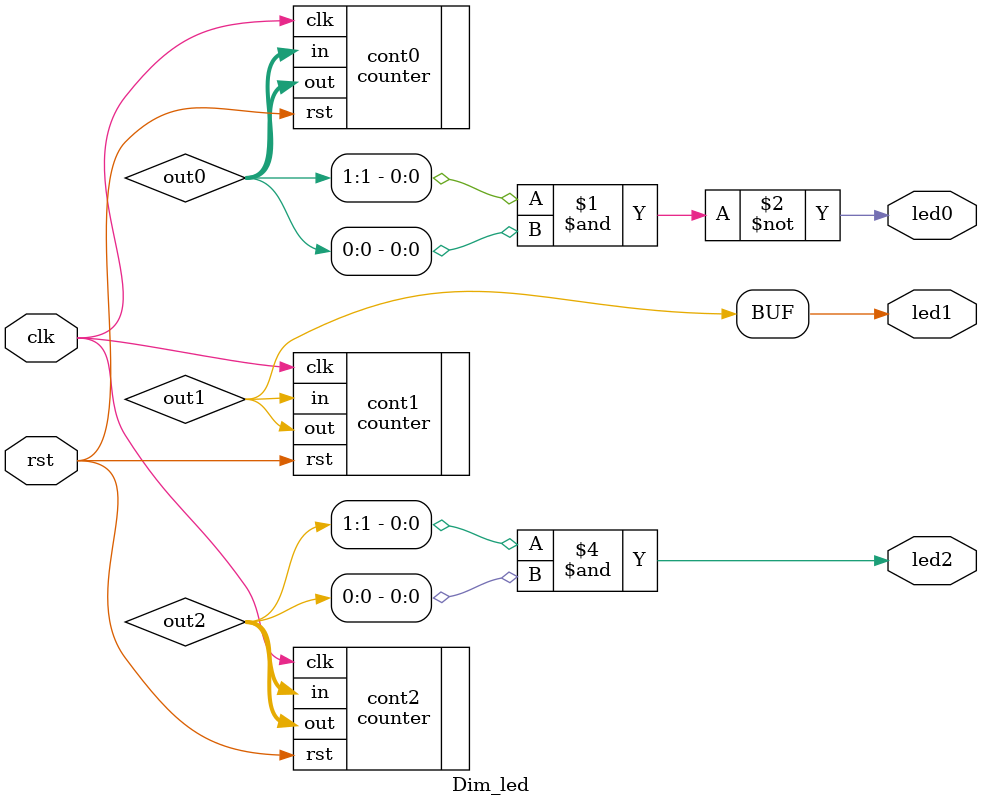
<source format=v>
`timescale 1ns / 1ps


module Dim_led(
    input clk, rst,
    output led0, led1, led2
    );

    wire [1:0] out0;
    wire out1;
    wire [1:0] out2;
    counter #(2) cont0 (.clk(clk), .rst(rst), .in(out0), .out(out0));
    counter #(1) cont1 (.clk(clk), .rst(rst), .in(out1), .out(out1));
    counter #(2) cont2 (.clk(clk), .rst(rst), .in(out2), .out(out2));

    nand (led0, out0[1], out0[0]);
    and  (led1, out1, 1'b1);
    and  (led2, out2[1], out2[0]);
endmodule

</source>
